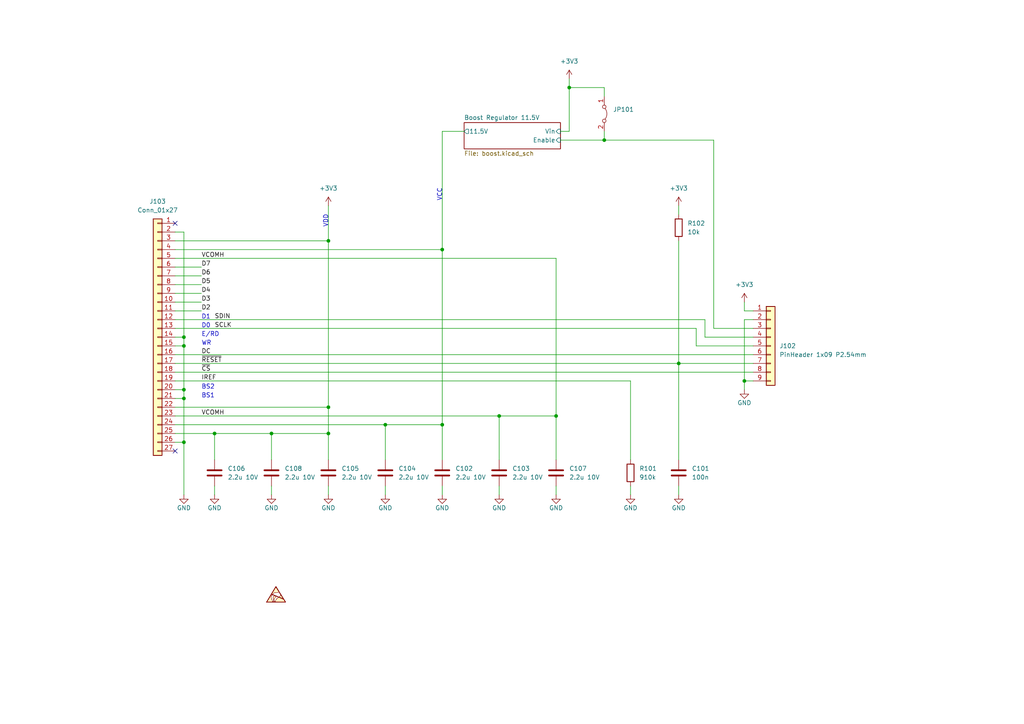
<source format=kicad_sch>
(kicad_sch (version 20230121) (generator eeschema)
  (paper "A4")
  (title_block (title "SSD1332 27pin Breakout") (date "2023-11-14") (rev "v1") (company "Raphael Lehmann"))
  (lib_symbols
    (symbol "Connector_Generic:Conn_01x09" (pin_names (offset 1.016) hide)
      (property "Reference" "J" (at 0 12.7 0))
      (property "Value" "Conn_01x09" (at 0 -12.7 0))
      (symbol "Conn_01x09_1_1"
        (rectangle (start -1.27 -10.033) (end 0 -10.287) (stroke (width 0.1524)))
        (rectangle (start -1.27 -7.493) (end 0 -7.747) (stroke (width 0.1524)))
        (rectangle (start -1.27 -4.953) (end 0 -5.207) (stroke (width 0.1524)))
        (rectangle (start -1.27 -2.413) (end 0 -2.667) (stroke (width 0.1524)))
        (rectangle (start -1.27 0.127) (end 0 -0.127) (stroke (width 0.1524)))
        (rectangle (start -1.27 2.667) (end 0 2.413) (stroke (width 0.1524)))
        (rectangle (start -1.27 5.207) (end 0 4.953) (stroke (width 0.1524)))
        (rectangle (start -1.27 7.747) (end 0 7.493) (stroke (width 0.1524)))
        (rectangle (start -1.27 10.287) (end 0 10.033) (stroke (width 0.1524)))
        (rectangle (start -1.27 11.43) (end 1.27 -11.43) (stroke (width 0.254)) (fill (type background)))
        (pin passive line (at -5.08 10.16 0) (length 3.81) (name "Pin_1") (number "1"))
        (pin passive line (at -5.08 7.62 0) (length 3.81) (name "Pin_2") (number "2"))
        (pin passive line (at -5.08 5.08 0) (length 3.81) (name "Pin_3") (number "3"))
        (pin passive line (at -5.08 2.54 0) (length 3.81) (name "Pin_4") (number "4"))
        (pin passive line (at -5.08 0 0) (length 3.81) (name "Pin_5") (number "5"))
        (pin passive line (at -5.08 -2.54 0) (length 3.81) (name "Pin_6") (number "6"))
        (pin passive line (at -5.08 -5.08 0) (length 3.81) (name "Pin_7") (number "7"))
        (pin passive line (at -5.08 -7.62 0) (length 3.81) (name "Pin_8") (number "8"))
        (pin passive line (at -5.08 -10.16 0) (length 3.81) (name "Pin_9") (number "9"))
      )
    )
    (symbol "Connector_Generic:Conn_01x27" (pin_names (offset 1.016) hide)
      (property "Reference" "J" (at 0 35.56 0))
      (property "Value" "Conn_01x27" (at 0 -35.56 0))
      (symbol "Conn_01x27_1_1"
        (rectangle (start -1.27 -32.893) (end 0 -33.147) (stroke (width 0.1524)))
        (rectangle (start -1.27 -30.353) (end 0 -30.607) (stroke (width 0.1524)))
        (rectangle (start -1.27 -27.813) (end 0 -28.067) (stroke (width 0.1524)))
        (rectangle (start -1.27 -25.273) (end 0 -25.527) (stroke (width 0.1524)))
        (rectangle (start -1.27 -22.733) (end 0 -22.987) (stroke (width 0.1524)))
        (rectangle (start -1.27 -20.193) (end 0 -20.447) (stroke (width 0.1524)))
        (rectangle (start -1.27 -17.653) (end 0 -17.907) (stroke (width 0.1524)))
        (rectangle (start -1.27 -15.113) (end 0 -15.367) (stroke (width 0.1524)))
        (rectangle (start -1.27 -12.573) (end 0 -12.827) (stroke (width 0.1524)))
        (rectangle (start -1.27 -10.033) (end 0 -10.287) (stroke (width 0.1524)))
        (rectangle (start -1.27 -7.493) (end 0 -7.747) (stroke (width 0.1524)))
        (rectangle (start -1.27 -4.953) (end 0 -5.207) (stroke (width 0.1524)))
        (rectangle (start -1.27 -2.413) (end 0 -2.667) (stroke (width 0.1524)))
        (rectangle (start -1.27 0.127) (end 0 -0.127) (stroke (width 0.1524)))
        (rectangle (start -1.27 2.667) (end 0 2.413) (stroke (width 0.1524)))
        (rectangle (start -1.27 5.207) (end 0 4.953) (stroke (width 0.1524)))
        (rectangle (start -1.27 7.747) (end 0 7.493) (stroke (width 0.1524)))
        (rectangle (start -1.27 10.287) (end 0 10.033) (stroke (width 0.1524)))
        (rectangle (start -1.27 12.827) (end 0 12.573) (stroke (width 0.1524)))
        (rectangle (start -1.27 15.367) (end 0 15.113) (stroke (width 0.1524)))
        (rectangle (start -1.27 17.907) (end 0 17.653) (stroke (width 0.1524)))
        (rectangle (start -1.27 20.447) (end 0 20.193) (stroke (width 0.1524)))
        (rectangle (start -1.27 22.987) (end 0 22.733) (stroke (width 0.1524)))
        (rectangle (start -1.27 25.527) (end 0 25.273) (stroke (width 0.1524)))
        (rectangle (start -1.27 28.067) (end 0 27.813) (stroke (width 0.1524)))
        (rectangle (start -1.27 30.607) (end 0 30.353) (stroke (width 0.1524)))
        (rectangle (start -1.27 33.147) (end 0 32.893) (stroke (width 0.1524)))
        (rectangle (start -1.27 34.29) (end 1.27 -34.29) (stroke (width 0.254)) (fill (type background)))
        (pin passive line (at -5.08 33.02 0) (length 3.81) (name "Pin_1") (number "1"))
        (pin passive line (at -5.08 10.16 0) (length 3.81) (name "Pin_10") (number "10"))
        (pin passive line (at -5.08 7.62 0) (length 3.81) (name "Pin_11") (number "11"))
        (pin passive line (at -5.08 5.08 0) (length 3.81) (name "Pin_12") (number "12"))
        (pin passive line (at -5.08 2.54 0) (length 3.81) (name "Pin_13") (number "13"))
        (pin passive line (at -5.08 0 0) (length 3.81) (name "Pin_14") (number "14"))
        (pin passive line (at -5.08 -2.54 0) (length 3.81) (name "Pin_15") (number "15"))
        (pin passive line (at -5.08 -5.08 0) (length 3.81) (name "Pin_16") (number "16"))
        (pin passive line (at -5.08 -7.62 0) (length 3.81) (name "Pin_17") (number "17"))
        (pin passive line (at -5.08 -10.16 0) (length 3.81) (name "Pin_18") (number "18"))
        (pin passive line (at -5.08 -12.7 0) (length 3.81) (name "Pin_19") (number "19"))
        (pin passive line (at -5.08 30.48 0) (length 3.81) (name "Pin_2") (number "2"))
        (pin passive line (at -5.08 -15.24 0) (length 3.81) (name "Pin_20") (number "20"))
        (pin passive line (at -5.08 -17.78 0) (length 3.81) (name "Pin_21") (number "21"))
        (pin passive line (at -5.08 -20.32 0) (length 3.81) (name "Pin_22") (number "22"))
        (pin passive line (at -5.08 -22.86 0) (length 3.81) (name "Pin_23") (number "23"))
        (pin passive line (at -5.08 -25.4 0) (length 3.81) (name "Pin_24") (number "24"))
        (pin passive line (at -5.08 -27.94 0) (length 3.81) (name "Pin_25") (number "25"))
        (pin passive line (at -5.08 -30.48 0) (length 3.81) (name "Pin_26") (number "26"))
        (pin passive line (at -5.08 -33.02 0) (length 3.81) (name "Pin_27") (number "27"))
        (pin passive line (at -5.08 27.94 0) (length 3.81) (name "Pin_3") (number "3"))
        (pin passive line (at -5.08 25.4 0) (length 3.81) (name "Pin_4") (number "4"))
        (pin passive line (at -5.08 22.86 0) (length 3.81) (name "Pin_5") (number "5"))
        (pin passive line (at -5.08 20.32 0) (length 3.81) (name "Pin_6") (number "6"))
        (pin passive line (at -5.08 17.78 0) (length 3.81) (name "Pin_7") (number "7"))
        (pin passive line (at -5.08 15.24 0) (length 3.81) (name "Pin_8") (number "8"))
        (pin passive line (at -5.08 12.7 0) (length 3.81) (name "Pin_9") (number "9"))
      )
    )
    (symbol "Device:C" (pin_numbers hide) (pin_names (offset 0.254))
      (property "Reference" "C" (at 0.635 2.54 0))
      (property "Value" "C" (at 0.635 -2.54 0))
      (symbol "C_0_1"
        (polyline (pts (xy -2.032 -0.762) (xy 2.032 -0.762)) (stroke (width 0.508)))
        (polyline (pts (xy -2.032 0.762) (xy 2.032 0.762)) (stroke (width 0.508)))
      )
      (symbol "C_1_1"
        (pin passive line (at 0 3.81 270) (length 2.794) (name "~") (number "1"))
        (pin passive line (at 0 -3.81 90) (length 2.794) (name "~") (number "2"))
      )
    )
    (symbol "Device:R" (pin_numbers hide) (pin_names (offset 0))
      (property "Reference" "R" (at 2.032 0 90))
      (property "Value" "R" (at 0 0 90))
      (symbol "R_0_1"
        (rectangle (start -1.016 -2.54) (end 1.016 2.54) (stroke (width 0.254)))
      )
      (symbol "R_1_1"
        (pin passive line (at 0 3.81 270) (length 1.27) (name "~") (number "1"))
        (pin passive line (at 0 -3.81 90) (length 1.27) (name "~") (number "2"))
      )
    )
    (symbol "Graphic:SYM_ESD_Small" (in_bom no) (on_board no)
      (symbol "SYM_ESD_Small_0_0"
        (polyline (pts (xy -1.27 0.381) (xy 2.159 -1.016)) (stroke (width 0.254)))
        (polyline (pts (xy -2.667 -1.905) (xy 2.794 -1.905) (xy 0 2.54) (xy -2.667 -1.905)) (stroke (width 0.254)))
        (polyline (pts (xy 2.7432 -1.905) (xy 2.7178 -1.8796) (xy 2.6162 -1.6764) (xy 2.5654 -1.6002) (xy 2.4892 -1.4986) (xy 2.4384 -1.3716) (xy 1.7526 -0.2286) (xy 1.7018 -0.127) (xy 1.6256 -0.0508) (xy 1.6002 0.0508) (xy 1.5494 0.1016) (xy 1.4986 0.2032) (xy 1.4732 0.2286) (xy 1.4732 0.2032) (xy 1.4478 0.2032) (xy 1.3208 0.0762) (xy 1.2954 0.0254) (xy 1.2954 -0.0254) (xy 1.27 -0.0762) (xy 1.2446 -0.1524) (xy 1.143 -0.254) (xy 1.0922 -0.3302) (xy 1.0414 -0.3556) (xy 0.9144 -0.4826) (xy 0.762 -0.5842) (xy 0.6604 -0.6604) (xy 0.508 -0.762) (xy 0.4572 -0.8128) (xy 0.3556 -0.8636) (xy 0.3048 -0.9144) (xy 0.2286 -0.9652) (xy 0.0762 -1.1938) (xy 0.0254 -1.2954) (xy -0.0254 -1.4224) (xy -0.0508 -1.4986) (xy -0.1016 -1.5748) (xy -0.127 -1.651) (xy -0.1778 -1.6764) (xy -0.2032 -1.7272) (xy -0.254 -1.7526) (xy -0.4064 -1.7526) (xy -0.4064 -1.7272) (xy -0.4572 -1.7018) (xy -0.4826 -1.6256) (xy -0.508 -1.524) (xy -0.508 -1.0922) (xy -0.4572 -0.889) (xy -0.4064 -0.8128) (xy -0.254 -0.6604) (xy -0.2032 -0.5842) (xy -0.127 -0.5334) (xy -0.1016 -0.4826) (xy -0.0762 -0.4064) (xy -0.0508 -0.3556) (xy -0.0254 -0.3302) (xy -0.0254 -0.2794) (xy 0 -0.2286) (xy -0.0762 -0.1524) (xy -0.127 -0.127) (xy -0.1524 -0.0762) (xy -0.2032 -0.0508) (xy -0.2286 -0.0254) (xy -0.254 -0.0254) (xy -0.3048 -0.0762) (xy -0.3556 -0.1016) (xy -0.4318 -0.127) (xy -0.4826 -0.1524) (xy -0.5588 -0.2286) (xy -0.6096 -0.254) (xy -0.8382 -0.4826) (xy -0.8128 -0.5588) (xy -0.7874 -0.5842) (xy -0.7874 -0.8636) (xy -0.8128 -0.889) (xy -0.8128 -0.9652) (xy -0.762 -1.016) (xy -0.762 -1.0414) (xy -0.6604 -1.2954) (xy -0.6604 -1.5748) (xy -0.6858 -1.6002) (xy -0.6858 -1.6256) (xy -0.7366 -1.7018) (xy -0.8382 -1.7526) (xy -0.9144 -1.7526) (xy -0.9398 -1.7272) (xy -0.9652 -1.6764) (xy -1.016 -1.6002) (xy -1.0414 -1.524) (xy -1.143 -1.27) (xy -1.2192 -1.0414) (xy -1.27 -0.9652) (xy -1.2954 -0.889) (xy -1.3208 -0.8382) (xy -1.3208 -0.8128) (xy -1.3716 -0.7112) (xy -1.397 -0.5842) (xy -1.397 -0.4826) (xy -1.3716 -0.381) (xy -1.3208 -0.254) (xy -1.2954 -0.2032) (xy -1.1938 -0.0508) (xy -1.0414 0.1524) (xy -0.9906 0.2032) (xy -0.9652 0.254) (xy -0.9144 0.3302) (xy -0.889 0.381) (xy -0.8636 0.381) (xy -0.8128 0.508) (xy -0.6096 0.7112) (xy -0.5334 0.7366) (xy -0.508 0.762) (xy -0.4318 0.762) (xy -0.3556 0.7874) (xy -0.2286 0.8128) (xy -0.1016 0.8128) (xy 0.0508 0.8382) (xy 0.2032 0.8382) (xy 0.3048 0.8636) (xy 0.4826 0.8636) (xy 0.5334 0.889) (xy 0.5842 0.889) (xy 0.6858 0.9398) (xy 0.7112 0.9652) (xy 0.762 0.9906) (xy 0.8128 1.0414) (xy 0.8636 1.0668) (xy 0.889 1.1176) (xy 0.9144 1.143) (xy 0.9144 1.1938) (xy 0.889 1.2192) (xy 0.8636 1.27) (xy 0.8128 1.3462) (xy 0.7112 1.5494) (xy 0.635 1.651) (xy 0.5842 1.7526) (xy 0.508 1.8796) (xy 0.4572 1.9558) (xy 0.381 2.0828) (xy 0.3048 2.1844) (xy 0.254 2.286) (xy 0.2032 2.3622) (xy 0.1778 2.4384) (xy 0.1016 2.5146) (xy 0.1016 2.54) (xy 0.0762 2.5654) (xy 0.0762 2.5908) (xy 0.0254 2.5908) (xy 0.0254 2.5654) (xy -0.0254 2.5146) (xy -0.1016 2.3622) (xy -0.254 2.1336) (xy -0.3048 2.032) (xy -0.4572 1.778) (xy -0.5588 1.6256) (xy -0.762 1.27) (xy -0.889 1.0668) (xy -1.016 0.8382) (xy -1.1684 0.6096) (xy -1.3208 0.3302) (xy -1.397 0.2032) (xy -1.524 -0.0254) (xy -1.778 -0.4318) (xy -1.8796 -0.635) (xy -2.0066 -0.8128) (xy -2.1082 -0.9906) (xy -2.2098 -1.143) (xy -2.286 -1.2954) (xy -2.4384 -1.5494) (xy -2.4892 -1.651) (xy -2.5654 -1.7526) (xy -2.5908 -1.8288) (xy -2.6162 -1.8796) (xy -2.6416 -1.905) (xy -2.6416 -1.9304) (xy 2.7432 -1.9304) (xy 2.7432 -1.905)) (stroke (width 0.127)) (fill (type background)))
      )
    )
    (symbol "Jumper:Jumper_2_Bridged" (pin_names (offset 0) hide)
      (property "Reference" "JP" (at 0 1.905 0))
      (property "Value" "Jumper_2_Bridged" (at 0 -2.54 0))
      (symbol "Jumper_2_Bridged_0_0"
        (circle (center -2.032 0) (radius 0.508))
        (circle (center 2.032 0) (radius 0.508))
      )
      (symbol "Jumper_2_Bridged_0_1"
        (arc (start 1.524 0.254) (mid 0 0.762) (end -1.524 0.254))
      )
      (symbol "Jumper_2_Bridged_1_1"
        (pin passive line (at -5.08 0 0) (length 2.54) (name "A") (number "1"))
        (pin passive line (at 5.08 0 180) (length 2.54) (name "B") (number "2"))
      )
    )
    (symbol "power:+3V3" (power) (pin_names (offset 0))
      (property "Value" "+3V3" (at 0 3.556 0))
      (symbol "+3V3_0_1"
        (polyline (pts (xy -0.762 1.27) (xy 0 2.54)))
        (polyline (pts (xy 0 0) (xy 0 2.54)))
        (polyline (pts (xy 0 2.54) (xy 0.762 1.27)))
      )
      (symbol "+3V3_1_1"
        (pin power_in line (at 0 0 90) (length 0) hide (name "+3V3") (number "1"))
      )
    )
    (symbol "power:GND" (power) (pin_names (offset 0))
      (property "Value" "GND" (at 0 -3.81 0))
      (symbol "GND_0_1"
        (polyline (pts (xy 0 0) (xy 0 -1.27) (xy 1.27 -1.27) (xy 0 -2.54) (xy -1.27 -1.27) (xy 0 -1.27)))
      )
      (symbol "GND_1_1"
        (pin power_in line (at 0 0 270) (length 0) hide (name "GND") (number "1"))
      )
    )
  )
  (junction (at 78.74 125.73))
  (junction (at 53.34 115.57))
  (junction (at 128.27 72.39))
  (junction (at 53.34 97.79))
  (junction (at 161.29 120.65))
  (junction (at 215.9 110.49))
  (junction (at 95.25 118.11))
  (junction (at 128.27 123.19))
  (junction (at 62.23 125.73))
  (junction (at 144.78 120.65))
  (junction (at 95.25 125.73))
  (junction (at 53.34 113.03))
  (junction (at 53.34 128.27))
  (junction (at 111.76 123.19))
  (junction (at 95.25 69.85))
  (junction (at 165.1 25.4))
  (junction (at 53.34 100.33))
  (junction (at 196.85 105.41))
  (junction (at 175.26 40.64))
  (no_connect (at 50.8 64.77))
  (no_connect (at 50.8 130.81))
  (wire (pts (xy 62.23 140.97) (xy 62.23 143.51)))
  (wire (pts (xy 196.85 59.69) (xy 196.85 62.23)))
  (wire (pts (xy 95.25 59.69) (xy 95.25 69.85)))
  (wire (pts (xy 218.44 100.33) (xy 201.93 100.33)))
  (wire (pts (xy 95.25 118.11) (xy 95.25 125.73)))
  (wire (pts (xy 95.25 125.73) (xy 95.25 133.35)))
  (wire (pts (xy 53.34 128.27) (xy 53.34 143.51)))
  (wire (pts (xy 50.8 87.63) (xy 58.42 87.63)))
  (wire (pts (xy 53.34 97.79) (xy 53.34 100.33)))
  (wire (pts (xy 128.27 123.19) (xy 128.27 133.35)))
  (wire (pts (xy 50.8 92.71) (xy 204.47 92.71)))
  (wire (pts (xy 111.76 123.19) (xy 111.76 133.35)))
  (wire (pts (xy 162.56 40.64) (xy 175.26 40.64)))
  (wire (pts (xy 50.8 82.55) (xy 58.42 82.55)))
  (wire (pts (xy 50.8 95.25) (xy 201.93 95.25)))
  (wire (pts (xy 161.29 140.97) (xy 161.29 143.51)))
  (wire (pts (xy 175.26 25.4) (xy 175.26 27.94)))
  (wire (pts (xy 128.27 72.39) (xy 128.27 123.19)))
  (wire (pts (xy 182.88 140.97) (xy 182.88 143.51)))
  (wire (pts (xy 161.29 120.65) (xy 144.78 120.65)))
  (wire (pts (xy 50.8 67.31) (xy 53.34 67.31)))
  (wire (pts (xy 95.25 118.11) (xy 50.8 118.11)))
  (wire (pts (xy 95.25 69.85) (xy 95.25 118.11)))
  (wire (pts (xy 218.44 92.71) (xy 215.9 92.71)))
  (wire (pts (xy 161.29 74.93) (xy 161.29 120.65)))
  (wire (pts (xy 50.8 120.65) (xy 144.78 120.65)))
  (wire (pts (xy 50.8 74.93) (xy 161.29 74.93)))
  (wire (pts (xy 78.74 125.73) (xy 78.74 133.35)))
  (wire (pts (xy 196.85 69.85) (xy 196.85 105.41)))
  (wire (pts (xy 50.8 72.39) (xy 128.27 72.39)))
  (wire (pts (xy 201.93 100.33) (xy 201.93 95.25)))
  (wire (pts (xy 204.47 97.79) (xy 218.44 97.79)))
  (wire (pts (xy 95.25 125.73) (xy 78.74 125.73)))
  (wire (pts (xy 50.8 80.01) (xy 58.42 80.01)))
  (wire (pts (xy 78.74 140.97) (xy 78.74 143.51)))
  (wire (pts (xy 50.8 113.03) (xy 53.34 113.03)))
  (wire (pts (xy 62.23 125.73) (xy 62.23 133.35)))
  (wire (pts (xy 53.34 67.31) (xy 53.34 97.79)))
  (wire (pts (xy 165.1 25.4) (xy 165.1 22.86)))
  (wire (pts (xy 50.8 125.73) (xy 62.23 125.73)))
  (wire (pts (xy 215.9 92.71) (xy 215.9 110.49)))
  (wire (pts (xy 53.34 100.33) (xy 53.34 113.03)))
  (wire (pts (xy 175.26 38.1) (xy 175.26 40.64)))
  (wire (pts (xy 165.1 25.4) (xy 175.26 25.4)))
  (wire (pts (xy 175.26 40.64) (xy 207.01 40.64)))
  (wire (pts (xy 50.8 128.27) (xy 53.34 128.27)))
  (wire (pts (xy 50.8 115.57) (xy 53.34 115.57)))
  (wire (pts (xy 128.27 38.1) (xy 128.27 72.39)))
  (wire (pts (xy 50.8 105.41) (xy 196.85 105.41)))
  (wire (pts (xy 50.8 77.47) (xy 58.42 77.47)))
  (wire (pts (xy 50.8 110.49) (xy 182.88 110.49)))
  (wire (pts (xy 95.25 140.97) (xy 95.25 143.51)))
  (wire (pts (xy 144.78 120.65) (xy 144.78 133.35)))
  (wire (pts (xy 196.85 105.41) (xy 218.44 105.41)))
  (wire (pts (xy 218.44 90.17) (xy 215.9 90.17)))
  (wire (pts (xy 162.56 38.1) (xy 165.1 38.1)))
  (wire (pts (xy 128.27 123.19) (xy 111.76 123.19)))
  (wire (pts (xy 111.76 123.19) (xy 50.8 123.19)))
  (wire (pts (xy 50.8 100.33) (xy 53.34 100.33)))
  (wire (pts (xy 53.34 113.03) (xy 53.34 115.57)))
  (wire (pts (xy 218.44 95.25) (xy 207.01 95.25)))
  (wire (pts (xy 204.47 92.71) (xy 204.47 97.79)))
  (wire (pts (xy 50.8 90.17) (xy 58.42 90.17)))
  (wire (pts (xy 165.1 38.1) (xy 165.1 25.4)))
  (wire (pts (xy 215.9 110.49) (xy 215.9 113.03)))
  (wire (pts (xy 128.27 140.97) (xy 128.27 143.51)))
  (wire (pts (xy 50.8 97.79) (xy 53.34 97.79)))
  (wire (pts (xy 196.85 105.41) (xy 196.85 133.35)))
  (wire (pts (xy 78.74 125.73) (xy 62.23 125.73)))
  (wire (pts (xy 50.8 102.87) (xy 218.44 102.87)))
  (wire (pts (xy 50.8 69.85) (xy 95.25 69.85)))
  (wire (pts (xy 182.88 110.49) (xy 182.88 133.35)))
  (wire (pts (xy 215.9 87.63) (xy 215.9 90.17)))
  (wire (pts (xy 128.27 38.1) (xy 134.62 38.1)))
  (wire (pts (xy 53.34 115.57) (xy 53.34 128.27)))
  (wire (pts (xy 215.9 110.49) (xy 218.44 110.49)))
  (wire (pts (xy 144.78 140.97) (xy 144.78 143.51)))
  (wire (pts (xy 207.01 40.64) (xy 207.01 95.25)))
  (wire (pts (xy 50.8 85.09) (xy 58.42 85.09)))
  (wire (pts (xy 111.76 140.97) (xy 111.76 143.51)))
  (wire (pts (xy 50.8 107.95) (xy 218.44 107.95)))
  (wire (pts (xy 161.29 133.35) (xy 161.29 120.65)))
  (wire (pts (xy 196.85 140.97) (xy 196.85 143.51)))
  (text "D0" (at 58.42 95.25 0) (effects (font (size 1.27 1.27)) (justify left bottom)))
  (text "VCC" (at 128.27 58.42 90) (effects (font (size 1.27 1.27)) (justify left bottom)))
  (text "BS2" (at 58.42 113.03 0) (effects (font (size 1.27 1.27)) (justify left bottom)))
  (text "BS1" (at 58.42 115.57 0) (effects (font (size 1.27 1.27)) (justify left bottom)))
  (text "E/RD" (at 58.42 97.79 0) (effects (font (size 1.27 1.27)) (justify left bottom)))
  (text "D1" (at 58.42 92.71 0) (effects (font (size 1.27 1.27)) (justify left bottom)))
  (text "WR" (at 58.42 100.33 0) (effects (font (size 1.27 1.27)) (justify left bottom)))
  (text "VDD" (at 95.25 66.04 90) (effects (font (size 1.27 1.27)) (justify left bottom)))
  (label "D2" (at 58.42 90.17 0))
  (label "D6" (at 58.42 80.01 0))
  (label "D5" (at 58.42 82.55 0))
  (label "SCLK" (at 62.23 95.25 0))
  (label "IREF" (at 58.42 110.49 0))
  (label "VCOMH" (at 58.42 120.65 0))
  (label "~{CS}" (at 58.42 107.95 0))
  (label "~{RESET}" (at 58.42 105.41 0))
  (label "DC" (at 58.42 102.87 0))
  (label "VCOMH" (at 58.42 74.93 0))
  (label "SDIN" (at 62.23 92.71 0))
  (label "D3" (at 58.42 87.63 0))
  (label "D7" (at 58.42 77.47 0))
  (label "D4" (at 58.42 85.09 0))
  (symbol (lib_id "Device:C") (at 111.76 137.16 0) (unit 1)
    (property "Reference" "C104" (at 115.57 135.89 0) (effects (justify left)))
    (property "Value" "2.2u 10V" (at 115.57 138.43 0) (effects (justify left)))
    (property "Footprint" "Capacitor_SMD:C_0603_1608Metric" (effects hide))
  )
  (symbol (lib_id "Device:C") (at 196.85 137.16 0) (unit 1)
    (property "Reference" "C101" (at 200.66 135.89 0) (effects (justify left)))
    (property "Value" "100n" (at 200.66 138.43 0) (effects (justify left)))
    (property "Footprint" "Capacitor_SMD:C_0603_1608Metric" (effects hide))
  )
  (symbol (lib_id "Device:C") (at 78.74 137.16 0) (unit 1)
    (property "Reference" "C108" (at 82.55 135.89 0) (effects (justify left)))
    (property "Value" "2.2u 10V" (at 82.55 138.43 0) (effects (justify left)))
    (property "Footprint" "Capacitor_SMD:C_0603_1608Metric" (effects hide))
  )
  (symbol (lib_id "power:GND") (at 62.23 143.51 0) (unit 1)
    (property "Reference" "#PWR0110" (effects hide))
    (property "Value" "GND" (at 62.23 147.32 0))
  )
  (symbol (lib_id "power:+3V3") (at 196.85 59.69 0) (unit 1)
    (property "Reference" "#PWR0107" (effects hide))
    (property "Value" "+3V3" (at 196.85 54.61 0))
  )
  (symbol (lib_id "Device:C") (at 95.25 137.16 0) (unit 1)
    (property "Reference" "C105" (at 99.06 135.89 0) (effects (justify left)))
    (property "Value" "2.2u 10V" (at 99.06 138.43 0) (effects (justify left)))
    (property "Footprint" "Capacitor_SMD:C_0603_1608Metric" (effects hide))
  )
  (symbol (lib_id "power:GND") (at 78.74 143.51 0) (unit 1)
    (property "Reference" "#PWR0115" (effects hide))
    (property "Value" "GND" (at 78.74 147.32 0))
  )
  (symbol (lib_id "Device:R") (at 196.85 66.04 0) (unit 1)
    (property "Reference" "R102" (at 199.39 64.77 0) (effects (justify left)))
    (property "Value" "10k" (at 199.39 67.31 0) (effects (justify left)))
    (property "Footprint" "Resistor_SMD:R_0603_1608Metric" (effects hide))
  )
  (symbol (lib_id "Device:R") (at 182.88 137.16 0) (unit 1)
    (property "Reference" "R101" (at 185.42 135.89 0) (effects (justify left)))
    (property "Value" "910k" (at 185.42 138.43 0) (effects (justify left)))
    (property "Footprint" "Resistor_SMD:R_0603_1608Metric" (effects hide))
  )
  (symbol (lib_id "power:GND") (at 128.27 143.51 0) (unit 1)
    (property "Reference" "#PWR0103" (effects hide))
    (property "Value" "GND" (at 128.27 147.32 0))
  )
  (symbol (lib_id "Connector_Generic:Conn_01x09") (at 223.52 100.33 0) (unit 1)
    (property "Reference" "J102" (at 226.06 100.33 0) (effects (justify left)))
    (property "Value" "PinHeader 1x09 P2.54mm" (at 226.06 102.87 0) (effects (justify left)))
    (property "Footprint" "Connector_PinHeader_2.54mm:PinHeader_1x09_P2.54mm_Vertical" (effects hide))
  )
  (symbol (lib_id "power:GND") (at 196.85 143.51 0) (unit 1)
    (property "Reference" "#PWR0108" (effects hide))
    (property "Value" "GND" (at 196.85 147.32 0))
  )
  (symbol (lib_id "Graphic:SYM_ESD_Small") (at 80.01 172.72 0) (unit 1) (in_bom no)
    (property "Reference" "SYM101" (effects hide))
    (property "Footprint" "Symbol:ESD-Logo_6.6x6mm_SilkScreen" (effects hide))
    (property "Sim.Enable" "0" (effects hide))
  )
  (symbol (lib_id "power:GND") (at 182.88 143.51 0) (unit 1)
    (property "Reference" "#PWR0106" (effects hide))
    (property "Value" "GND" (at 182.88 147.32 0))
  )
  (symbol (lib_id "Connector_Generic:Conn_01x27") (at 45.72 97.79 0) (mirror y) (unit 1)
    (property "Reference" "J103" (at 45.72 58.42 0))
    (property "Value" "Conn_01x27" (at 45.72 60.96 0))
    (property "Footprint" "Display_DirectSoldering:Display_27pin_P0.8_DirectSoldering" (effects hide))
  )
  (symbol (lib_id "power:GND") (at 95.25 143.51 0) (unit 1)
    (property "Reference" "#PWR0109" (effects hide))
    (property "Value" "GND" (at 95.25 147.32 0))
  )
  (symbol (lib_id "power:+3V3") (at 165.1 22.86 0) (unit 1)
    (property "Reference" "#PWR0114" (effects hide))
    (property "Value" "+3V3" (at 165.1 17.78 0))
  )
  (symbol (lib_id "Device:C") (at 144.78 137.16 0) (unit 1)
    (property "Reference" "C103" (at 148.59 135.89 0) (effects (justify left)))
    (property "Value" "2.2u 10V" (at 148.59 138.43 0) (effects (justify left)))
    (property "Footprint" "Capacitor_SMD:C_0603_1608Metric" (effects hide))
  )
  (symbol (lib_id "power:GND") (at 161.29 143.51 0) (unit 1)
    (property "Reference" "#PWR0112" (effects hide))
    (property "Value" "GND" (at 161.29 147.32 0))
  )
  (symbol (lib_id "power:GND") (at 53.34 143.51 0) (unit 1)
    (property "Reference" "#PWR0104" (effects hide))
    (property "Value" "GND" (at 53.34 147.32 0))
  )
  (symbol (lib_id "power:GND") (at 111.76 143.51 0) (unit 1)
    (property "Reference" "#PWR0105" (effects hide))
    (property "Value" "GND" (at 111.76 147.32 0))
  )
  (symbol (lib_id "Jumper:Jumper_2_Bridged") (at 175.26 33.02 270) (unit 1)
    (property "Reference" "JP101" (at 177.8 31.75 90) (effects (justify left)))
    (property "Footprint" "Jumper:SolderJumper-2_P1.3mm_Bridged_RoundedPad1.0x1.5mm" (effects hide))
  )
  (symbol (lib_id "power:+3V3") (at 215.9 87.63 0) (unit 1)
    (property "Reference" "#PWR0102" (effects hide))
    (property "Value" "+3V3" (at 215.9 82.55 0))
  )
  (symbol (lib_id "Device:C") (at 161.29 137.16 0) (unit 1)
    (property "Reference" "C107" (at 165.1 135.89 0) (effects (justify left)))
    (property "Value" "2.2u 10V" (at 165.1 138.43 0) (effects (justify left)))
    (property "Footprint" "Capacitor_SMD:C_0603_1608Metric" (effects hide))
  )
  (symbol (lib_id "power:+3V3") (at 95.25 59.69 0) (unit 1)
    (property "Reference" "#PWR0111" (effects hide))
    (property "Value" "+3V3" (at 95.25 54.61 0))
  )
  (symbol (lib_id "power:GND") (at 215.9 113.03 0) (unit 1)
    (property "Reference" "#PWR0101" (effects hide))
    (property "Value" "GND" (at 215.9 116.84 0))
  )
  (symbol (lib_id "Device:C") (at 128.27 137.16 0) (unit 1)
    (property "Reference" "C102" (at 132.08 135.89 0) (effects (justify left)))
    (property "Value" "2.2u 10V" (at 132.08 138.43 0) (effects (justify left)))
    (property "Footprint" "Capacitor_SMD:C_0603_1608Metric" (effects hide))
  )
  (symbol (lib_id "power:GND") (at 144.78 143.51 0) (unit 1)
    (property "Reference" "#PWR0113" (effects hide))
    (property "Value" "GND" (at 144.78 147.32 0))
  )
  (symbol (lib_id "Device:C") (at 62.23 137.16 0) (unit 1)
    (property "Reference" "C106" (at 66.04 135.89 0) (effects (justify left)))
    (property "Value" "2.2u 10V" (at 66.04 138.43 0) (effects (justify left)))
    (property "Footprint" "Capacitor_SMD:C_0603_1608Metric" (effects hide))
  )
  (sheet (at 134.62 35.56) (size 27.94 7.62) (stroke (width 0.1524))
    (property "Sheetname" "Boost Regulator 11.5V" (at 134.62 34.8484 0) (effects (justify left bottom)))
    (property "Sheetfile" "boost.kicad_sch" (at 134.62 43.7646 0) (effects (justify left top)))
    (pin "Enable" input (at 162.56 40.64 0))
    (pin "Vin" input (at 162.56 38.1 0))
    (pin "11.5V" output (at 134.62 38.1 180))
  )
)
</source>
